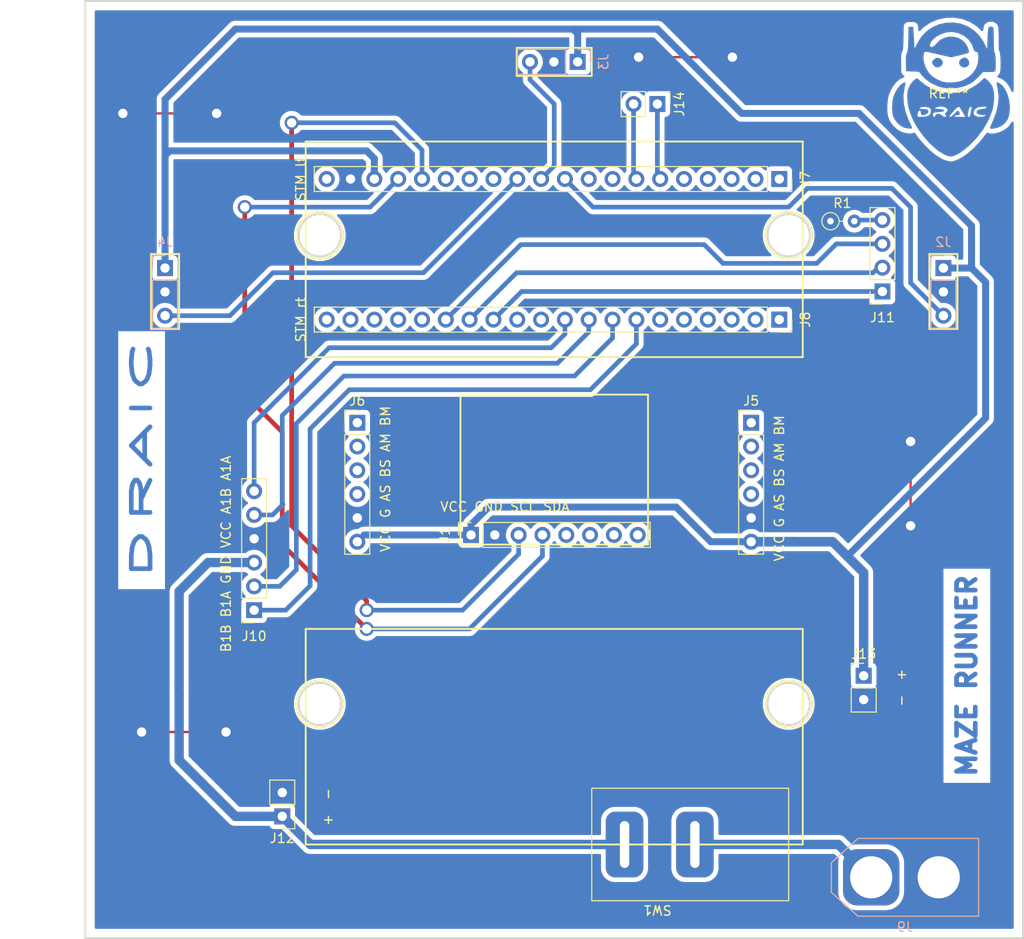
<source format=kicad_pcb>
(kicad_pcb (version 20211014) (generator pcbnew)
  (layers (0 "F.Cu" signal) (31 "B.Cu" signal) (34 "B.Paste" user) (35 "F.Paste" user) (36 "B.SilkS" user "B.Silkscreen") (37 "F.SilkS" user "F.Silkscreen") (38 "B.Mask" user) (39 "F.Mask" user) (44 "Edge.Cuts" user))
  (net 0 "")
  (net 1 "SDA")
  (net 2 "SCL")
  (net 3 "GND")
  (net 4 "VCC_5")
  (net 5 "IR_1")
  (net 6 "IR_2")
  (net 7 "IR_3")
  (net 8 "BM_1")
  (net 9 "AM_1")
  (net 10 "BM_2")
  (net 11 "AM_2")
  (net 31 "R")
  (net 32 "G")
  (net 33 "B")
  (net 39 "Net-(J9-Pad1)")
  (net 40 "VCC_12")
  (net 41 "Net-(J11-Pad4)")
  (net 42 "Net-(J14-Pad2)")
  (net 43 "Net-(J14-Pad1)")
  (net 44 "A1B")
  (net 45 "A1A")
  (net 46 "B1B")
  (net 47 "B1A")
  (net 52 "BS_1")
  (net 53 "AS_1")
  (net 54 "BS_2")
  (net 55 "AS_2")
  (footprint "sche:DPDT_SW" (layer "F.Cu") (at 153 130 180)
    (fp_text reference "SW1" (at 4 -7 180 unlocked) (layer "F.SilkS"))
    (fp_text value "SW_DIP_x01")
    (fp_rect (start -10 -6) (end 11 6) (layer "F.SilkS") (width 0.12) (fill none))
    (pad "1" thru_hole roundrect (at 0 0 180) (size 4 7) (drill oval 1 5) (layers *.Cu *.Mask) (net 39 "Net-(J9-Pad1)"))
    (pad "2" thru_hole roundrect (at 7.5 0 180) (size 4 7) (drill oval 1 5) (layers *.Cu *.Mask) (net 40 "VCC_12"))
  )
  (footprint "Connector_PinHeader_2.54mm:PinHeader_1x02_P2.54mm_Vertical" (layer "F.Cu") (at 109 127 180)
    (fp_text reference "J12" (at 0 -2.33) (layer "F.SilkS"))
    (fp_text value "-  +")
    (fp_line (start -1.33 3.87) (end 1.33 3.87) (layer "F.SilkS") (width 0.12))
    (fp_line (start 1.33 1.27) (end 1.33 3.87) (layer "F.SilkS") (width 0.12))
    (fp_line (start -1.33 1.27) (end -1.33 3.87) (layer "F.SilkS") (width 0.12))
    (fp_line (start -1.33 1.27) (end 1.33 1.27) (layer "F.SilkS") (width 0.12))
    (fp_line (start -1.33 0) (end -1.33 -1.33) (layer "F.SilkS") (width 0.12))
    (fp_line (start -1.33 -1.33) (end 0 -1.33) (layer "F.SilkS") (width 0.12))
    (pad "1" thru_hole rect (at 0 0 180) (size 1.7 1.7) (drill 1) (layers *.Cu *.Mask) (net 40 "VCC_12"))
    (pad "2" thru_hole oval (at 0 2.54 180) (size 1.7 1.7) (drill 1) (layers *.Cu *.Mask) (net 3 "GND"))
  )
  (footprint "Connector_PinHeader_2.54mm:PinHeader_1x06_P2.54mm_Vertical" (layer "F.Cu") (at 159 85)
    (fp_text reference "J5" (at 0 -2.33) (layer "F.SilkS"))
    (fp_text value "VCC G AS BS AM BM" (at 3 7 90) (layer "F.SilkS"))
    (fp_line (start -1.33 -1.33) (end 0 -1.33) (layer "F.SilkS") (width 0.12))
    (fp_line (start 1.33 1.27) (end 1.33 14.03) (layer "F.SilkS") (width 0.12))
    (fp_line (start -1.33 14.03) (end 1.33 14.03) (layer "F.SilkS") (width 0.12))
    (fp_line (start -1.33 0) (end -1.33 -1.33) (layer "F.SilkS") (width 0.12))
    (fp_line (start -1.33 1.27) (end 1.33 1.27) (layer "F.SilkS") (width 0.12))
    (fp_line (start -1.33 1.27) (end -1.33 14.03) (layer "F.SilkS") (width 0.12))
    (pad "1" thru_hole rect (at 0 0) (size 1.7 1.7) (drill 1) (layers *.Cu *.Mask) (net 8 "BM_1"))
    (pad "2" thru_hole oval (at 0 2.54) (size 1.7 1.7) (drill 1) (layers *.Cu *.Mask) (net 9 "AM_1"))
    (pad "3" thru_hole oval (at 0 5.08) (size 1.7 1.7) (drill 1) (layers *.Cu *.Mask) (net 52 "BS_1"))
    (pad "4" thru_hole oval (at 0 7.62) (size 1.7 1.7) (drill 1) (layers *.Cu *.Mask) (net 53 "AS_1"))
    (pad "5" thru_hole oval (at 0 10.16) (size 1.7 1.7) (drill 1) (layers *.Cu *.Mask) (net 3 "GND"))
    (pad "6" thru_hole oval (at 0 12.7) (size 1.7 1.7) (drill 1) (layers *.Cu *.Mask) (net 4 "VCC_5"))
  )
  (footprint "Connector_PinHeader_2.54mm:PinHeader_1x02_P2.54mm_Vertical" (layer "F.Cu") (at 171 112)
    (fp_text reference "J13" (at 0 -2.33) (layer "F.SilkS"))
    (fp_text value "-  +")
    (fp_line (start 1.33 1.27) (end 1.33 3.87) (layer "F.SilkS") (width 0.12))
    (fp_line (start -1.33 -1.33) (end 0 -1.33) (layer "F.SilkS") (width 0.12))
    (fp_line (start -1.33 3.87) (end 1.33 3.87) (layer "F.SilkS") (width 0.12))
    (fp_line (start -1.33 1.27) (end -1.33 3.87) (layer "F.SilkS") (width 0.12))
    (fp_line (start -1.33 1.27) (end 1.33 1.27) (layer "F.SilkS") (width 0.12))
    (fp_line (start -1.33 0) (end -1.33 -1.33) (layer "F.SilkS") (width 0.12))
    (pad "1" thru_hole rect (at 0 0) (size 1.7 1.7) (drill 1) (layers *.Cu *.Mask) (net 4 "VCC_5"))
    (pad "2" thru_hole oval (at 0 2.54) (size 1.7 1.7) (drill 1) (layers *.Cu *.Mask) (net 3 "GND"))
  )
  (footprint "Connector_PinSocket_2.54mm:PinSocket_1x20_P2.54mm_Vertical" (layer "F.Cu") (at 162 59 -90)
    (fp_text reference "J7" (at 0 -2.77 90) (layer "F.SilkS"))
    (fp_text value "STM_lt" (at 0 51.03 90) (layer "F.SilkS"))
    (fp_line (start 1.33 1.27) (end 1.33 49.59) (layer "F.SilkS") (width 0.12))
    (fp_line (start -1.33 1.27) (end 1.33 1.27) (layer "F.SilkS") (width 0.12))
    (fp_line (start 1.33 -1.33) (end 1.33 0) (layer "F.SilkS") (width 0.12))
    (fp_line (start -1.33 1.27) (end -1.33 49.59) (layer "F.SilkS") (width 0.12))
    (fp_line (start 0 -1.33) (end 1.33 -1.33) (layer "F.SilkS") (width 0.12))
    (fp_line (start -1.33 49.59) (end 1.33 49.59) (layer "F.SilkS") (width 0.12))
    (pad "1" thru_hole rect (at 0 0 270) (size 1.7 1.7) (drill 1) (layers *.Cu *.Mask))
    (pad "2" thru_hole oval (at 0 2.54 270) (size 1.7 1.7) (drill 1) (layers *.Cu *.Mask))
    (pad "3" thru_hole oval (at 0 5.08 270) (size 1.7 1.7) (drill 1) (layers *.Cu *.Mask))
    (pad "4" thru_hole oval (at 0 7.62 270) (size 1.7 1.7) (drill 1) (layers *.Cu *.Mask))
    (pad "5" thru_hole oval (at 0 10.16 270) (size 1.7 1.7) (drill 1) (layers *.Cu *.Mask))
    (pad "6" thru_hole oval (at 0 12.7 270) (size 1.7 1.7) (drill 1) (layers *.Cu *.Mask) (net 43 "Net-(J14-Pad1)"))
    (pad "7" thru_hole oval (at 0 15.24 270) (size 1.7 1.7) (drill 1) (layers *.Cu *.Mask) (net 42 "Net-(J14-Pad2)"))
    (pad "8" thru_hole oval (at 0 17.78 270) (size 1.7 1.7) (drill 1) (layers *.Cu *.Mask))
    (pad "9" thru_hole oval (at 0 20.32 270) (size 1.7 1.7) (drill 1) (layers *.Cu *.Mask))
    (pad "10" thru_hole oval (at 0 22.86 270) (size 1.7 1.7) (drill 1) (layers *.Cu *.Mask) (net 5 "IR_1"))
    (pad "11" thru_hole oval (at 0 25.4 270) (size 1.7 1.7) (drill 1) (layers *.Cu *.Mask) (net 6 "IR_2"))
    (pad "12" thru_hole oval (at 0 27.94 270) (size 1.7 1.7) (drill 1) (layers *.Cu *.Mask) (net 7 "IR_3"))
    (pad "13" thru_hole oval (at 0 30.48 270) (size 1.7 1.7) (drill 1) (layers *.Cu *.Mask))
    (pad "14" thru_hole oval (at 0 33.02 270) (size 1.7 1.7) (drill 1) (layers *.Cu *.Mask))
    (pad "15" thru_hole oval (at 0 35.56 270) (size 1.7 1.7) (drill 1) (layers *.Cu *.Mask))
    (pad "16" thru_hole oval (at 0 38.1 270) (size 1.7 1.7) (drill 1) (layers *.Cu *.Mask) (net 2 "SCL"))
    (pad "17" thru_hole oval (at 0 40.64 270) (size 1.7 1.7) (drill 1) (layers *.Cu *.Mask) (net 1 "SDA"))
    (pad "18" thru_hole oval (at 0 43.18 270) (size 1.7 1.7) (drill 1) (layers *.Cu *.Mask) (net 4 "VCC_5"))
    (pad "19" thru_hole oval (at 0 45.72 270) (size 1.7 1.7) (drill 1) (layers *.Cu *.Mask) (net 3 "GND"))
    (pad "20" thru_hole oval (at 0 48.26 270) (size 1.7 1.7) (drill 1) (layers *.Cu *.Mask))
  )
  (footprint "Resistor_THT:R_Axial_DIN0204_L3.6mm_D1.6mm_P2.54mm_Vertical" (layer "F.Cu") (at 167.46 63.5)
    (fp_text reference "R1" (at 1.27 -1.92) (layer "F.SilkS"))
    (fp_text value "220")
    (fp_line (start 0.92 0) (end 1.54 0) (layer "F.SilkS") (width 0.12))
    (fp_circle (center 0 0) (end 0.92 0) (layer "F.SilkS") (width 0.12) (fill none))
    (pad "1" thru_hole circle (at 0 0) (size 1.4 1.4) (drill 0.7) (layers *.Cu *.Mask) (net 3 "GND"))
    (pad "2" thru_hole oval (at 2.54 0) (size 1.4 1.4) (drill 0.7) (layers *.Cu *.Mask) (net 41 "Net-(J11-Pad4)"))
  )
  (footprint "sche:draiclogo1" (layer "F.Cu") (at 180.07 50.38)
    (fp_text reference "REF**" (at 0 -0.5 unlocked) (layer "F.SilkS"))
    (fp_text value "draiclogo1")
    (fp_poly (pts (xy 1.290074 -7.955103) (xy 1.294054 -7.954069) (xy 2.018179 -7.680082) (xy 2.673959 -7.261492) (xy 3.239956 -6.716401) (xy 3.694727 -6.062914) (xy 3.818806 -5.822205) (xy 4.091014 -5.247521) (xy 4.133348 -6.348188) (xy 4.154298 -6.769505) (xy 4.181266 -7.133435) (xy 4.210984 -7.404401) (xy 4.240183 -7.546823) (xy 4.244178 -7.554688) (xy 4.383147 -7.644172) (xy 4.571916 -7.650157) (xy 4.726067 -7.577245) (xy 4.759289 -7.526597) (xy 4.777469 -7.397587) (xy 4.792824 -7.133011) (xy 4.804105 -6.766625) (xy 4.810065 -6.332189) (xy 4.810681 -6.136652) (xy 4.815975 -5.586566) (xy 4.832358 -5.195644) (xy 4.860578 -4.954034) (xy 4.901383 -4.851884) (xy 4.908606 -4.847991) (xy 4.948322 -4.755842) (xy 4.97999 -4.536046) (xy 5.002711 -4.230136) (xy 5.015586 -3.879646) (xy 5.017715 -3.526112) (xy 5.008198 -3.211067) (xy 4.986136 -2.976046) (xy 4.951593 -2.863509) (xy 4.837118 -2.828181) (xy 4.602529 -2.802363) (xy 4.296991 -2.791303) (xy 4.274259 -2.791217) (xy 3.667681 -2.790246) (xy 3.203201 -2.296244) (xy 2.925627 -2.023914) (xy 2.633528 -1.773443) (xy 2.3874 -1.596483) (xy 2.374669 -1.588893) (xy 1.720388 -1.289728) (xy 0.987609 -1.097085) (xy 0.237469 -1.022767) (xy -0.361862 -1.060498) (xy -1.162983 -1.258642) (xy -1.886019 -1.595223) (xy -2.512266 -2.060042) (xy -2.851652 -2.417722) (xy -3.190319 -2.827751) (xy -3.867652 -2.852303) (xy -4.544986 -2.876855) (xy -4.569227 -3.754858) (xy -4.574499 -4.197153) (xy -4.572459 -4.238667) (xy -2.697151 -4.238667) (xy -2.613973 -3.752346) (xy -2.433765 -3.255392) (xy -2.172681 -2.797137) (xy -1.97515 -2.551801) (xy -1.628452 -2.257389) (xy -1.18386 -1.989608) (xy -0.712184 -1.789672) (xy -0.613968 -1.759495) (xy -0.169983 -1.687231) (xy 0.354115 -1.682591) (xy 0.88544 -1.740637) (xy 1.351106 -1.856436) (xy 1.463581 -1.900167) (xy 2.060425 -2.23659) (xy 2.540172 -2.669149) (xy 2.89083 -3.178966) (xy 3.100406 -3.747164) (xy 3.156908 -4.354865) (xy 3.142169 -4.542458) (xy 3.102262 -4.790809) (xy 3.042971 -4.912466) (xy 2.939156 -4.949971) (xy 2.900615 -4.951188) (xy 2.751904 -4.99343) (xy 2.667378 -5.148605) (xy 2.648076 -5.226355) (xy 2.448335 -5.768486) (xy 2.112406 -6.241305) (xy 1.665958 -6.625246) (xy 1.134665 -6.900742) (xy 0.544198 -7.048228) (xy 0.231917 -7.067855) (xy -0.299872 -7.004523) (xy -0.829878 -6.82977) (xy -1.312549 -6.566458) (xy -1.702336 -6.23745) (xy -1.878579 -6.008562) (xy -1.999966 -5.737103) (xy -1.997926 -5.551303) (xy -1.900155 -5.46043) (xy -1.73435 -5.473749) (xy -1.528206 -5.600527) (xy -1.327553 -5.824195) (xy -0.968096 -6.190072) (xy -0.521508 -6.437225) (xy -0.022556 -6.564123) (xy 0.493993 -6.569234) (xy 0.993371 -6.451029) (xy 1.440811 -6.207977) (xy 1.708687 -5.957863) (xy 1.895963 -5.694351) (xy 2.043413 -5.404874) (xy 2.134419 -5.134278) (xy 2.152363 -4.927407) (xy 2.119084 -4.850392) (xy 2.007713 -4.799964) (xy 1.768414 -4.725595) (xy 1.438963 -4.638211) (xy 1.139825 -4.567166) (xy 0.240534 -4.363908) (xy -1.009226 -4.652086) (xy -1.556389 -4.778936) (xy -1.960658 -4.870821) (xy -2.244783 -4.927919) (xy -2.431516 -4.950406) (xy -2.543609 -4.938461) (xy -2.603812 -4.892262) (xy -2.634879 -4.811985) (xy -2.659559 -4.697808) (xy -2.667147 -4.665023) (xy -2.697151 -4.238667) (xy -4.572459 -4.238667) (xy -4.559423 -4.503929) (xy -4.520821 -4.708128) (xy -4.465633 -4.827961) (xy -4.411548 -4.955333) (xy -4.371462 -5.16435) (xy -4.342974 -5.478701) (xy -4.323685 -5.92208) (xy -4.314392 -6.320624) (xy -4.290986 -7.618188) (xy -3.782986 -7.618188) (xy -3.729861 -6.729188) (xy -3.706225 -6.323241) (xy -3.68555 -5.949213) (xy -3.670669 -5.659305) (xy -3.665561 -5.543855) (xy -3.655745 -5.414223) (xy -3.629591 -5.374033) (xy -3.572926 -5.439312) (xy -3.471575 -5.626086) (xy -3.317945 -5.936895) (xy -2.905744 -6.597009) (xy -2.377403 -7.14811) (xy -1.753388 -7.581245) (xy -1.054167 -7.887464) (xy -0.300205 -8.057814) (xy 0.48803 -8.083344)) (layer "B.Cu") (width 0) (fill solid))
    (fp_poly (pts (xy 3.946367 -2.092883) (xy 4.139896 -1.926842) (xy 4.350726 -1.699375) (xy 4.541418 -1.450793) (xy 4.672539 -1.225855) (xy 4.784346 -0.842492) (xy 4.83793 -0.349137) (xy 4.833915 0.205424) (xy 4.772927 0.772406) (xy 4.655591 1.303021) (xy 4.639456 1.356479) (xy 4.235985 2.370932) (xy 3.668838 3.349036) (xy 2.940511 4.287006) (xy 2.213374 5.034208) (xy 1.703605 5.472679) (xy 1.211244 5.82328) (xy 0.75965 6.072201) (xy 0.372178 6.205636) (xy 0.199448 6.224812) (xy -0.030265 6.186556) (xy -0.32217 6.088916) (xy -0.485529 6.015829) (xy -1.049556 5.66947) (xy -1.637799 5.192438) (xy -2.222719 4.61529) (xy -2.776778 3.968585) (xy -3.272438 3.28288) (xy -3.682162 2.588732) (xy -3.811337 2.32532) (xy -4.03205 1.7966) (xy -3.317319 1.7966) (xy -3.309851 1.91042) (xy -3.262238 1.971583) (xy -3.136668 1.99213) (xy -2.895328 1.9841) (xy -2.755673 1.975442) (xy -2.427959 1.943719) (xy -2.220157 1.889469) (xy -2.082979 1.796877) (xy -2.048671 1.758645) (xy -1.69311 1.758645) (xy -1.666552 1.938908) (xy -1.569443 1.996612) (xy -1.457551 1.919146) (xy -1.412319 1.822145) (xy -1.29435 1.683595) (xy -1.123403 1.652812) (xy -0.889854 1.712824) (xy -0.734986 1.822145) (xy -0.56377 1.95073) (xy -0.42553 1.991479) (xy -0.333752 1.964739) (xy 0.079859 1.964739) (xy 0.135748 1.99139) (xy 0.142153 1.991479) (xy 0.290404 1.930386) (xy 0.484884 1.774228) (xy 0.600039 1.652812) (xy 0.810924 1.425943) (xy 0.955046 1.333045) (xy 1.059916 1.367425) (xy 1.151366 1.518694) (xy 1.186537 1.693908) (xy 1.085624 1.791324) (xy 0.836754 1.822131) (xy 0.82942 1.822145) (xy 0.670233 1.862654) (xy 0.619681 1.906812) (xy 0.667234 1.95395) (xy 0.868655 1.982887) (xy 1.164209 1.991479) (xy 1.761065 1.991479) (xy 1.67515 1.836162) (xy 2.03009 1.836162) (xy 2.048361 1.957197) (xy 2.119305 1.991336) (xy 2.12734 1.991479) (xy 2.23905 1.916914) (xy 2.303391 1.758645) (xy 2.353336 1.493768) (xy 2.645634 1.493768) (xy 2.680289 1.723375) (xy 2.85347 1.889511) (xy 2.89196 1.906928) (xy 3.152131 1.970634) (xy 3.445037 1.984185) (xy 3.706599 1.950334) (xy 3.872735 1.87183) (xy 3.879304 1.86453) (xy 3.930442 1.779896) (xy 3.860421 1.76392) (xy 3.741505 1.782268) (xy 3.457936 1.792676) (xy 3.196977 1.733928) (xy 3.013341 1.623582) (xy 2.961241 1.531896) (xy 2.979255 1.357548) (xy 3.123898 1.238898) (xy 3.412093 1.165015) (xy 3.557225 1.146966) (xy 3.827641 1.098513) (xy 3.992678 1.030813) (xy 4.038406 0.962807) (xy 3.950897 0.913435) (xy 3.738236 0.900829) (xy 3.307276 0.939584) (xy 3.005114 1.032674) (xy 2.796541 1.192293) (xy 2.757528 1.240471) (xy 2.645634 1.493768) (xy 2.353336 1.493768) (xy 2.378769 1.358889) (xy 2.416647 1.098515) (xy 2.418902 0.952212) (xy 2.387413 0.894673) (xy 2.367749 0.890812) (xy 2.240944 0.973773) (xy 2.135247 1.217714) (xy 2.057757 1.589312) (xy 2.03009 1.836162) (xy 1.67515 1.836162) (xy 1.468352 1.462312) (xy 1.309358 1.197759) (xy 1.167119 1.000788) (xy 1.070921 0.911662) (xy 1.066993 0.910568) (xy 0.9652 0.959752) (xy 0.786401 1.110426) (xy 0.562541 1.334449) (xy 0.46625 1.439734) (xy 0.23354 1.708607) (xy 0.108599 1.877044) (xy 0.079859 1.964739) (xy -0.333752 1.964739) (xy -0.287565 1.951282) (xy -0.299509 1.840215) (xy -0.367539 1.757792) (xy -0.405837 1.657943) (xy -0.30905 1.533954) (xy -0.268754 1.500046) (xy -0.138347 1.33078) (xy -0.149592 1.172506) (xy -0.274819 1.038258) (xy -0.486359 0.941069) (xy -0.756542 0.893975) (xy -1.057698 0.910009) (xy -1.343307 0.993857) (xy -1.459393 1.049628) (xy -1.473829 1.085184) (xy -1.365842 1.11039) (xy -1.114656 1.135112) (xy -1.031319 1.142023) (xy -0.714949 1.178777) (xy -0.540745 1.229667) (xy -0.481631 1.303162) (xy -0.480986 1.314145) (xy -0.524097 1.387592) (xy -0.671986 1.438213) (xy -0.952488 1.473963) (xy -1.073652 1.483479) (xy -1.38383 1.509295) (xy -1.56349 1.54269) (xy -1.65118 1.600787) (xy -1.685447 1.700708) (xy -1.69311 1.758645) (xy -2.048671 1.758645) (xy -2.036006 1.744532) (xy -1.906214 1.497571) (xy -1.890636 1.253585) (xy -1.992361 1.070623) (xy -2.203028 0.971811) (xy -2.490637 0.92309) (xy -2.780912 0.928946) (xy -2.999575 0.993865) (xy -3.020986 1.008492) (xy -3.107186 1.084819) (xy -3.092793 1.12415) (xy -2.95264 1.139186) (xy -2.756186 1.142119) (xy -2.40687 1.177708) (xy -2.209784 1.277998) (xy -2.167318 1.441181) (xy -2.210073 1.555851) (xy -2.352305 1.688776) (xy -2.572123 1.781981) (xy -2.790549 1.809377) (xy -2.89192 1.781089) (xy -2.959087 1.663291) (xy -2.978652 1.520815) (xy -3.020404 1.358996) (xy -3.096594 1.314145) (xy -3.230202 1.391653) (xy -3.304816 1.610331) (xy -3.317319 1.7966) (xy -4.03205 1.7966) (xy -4.106693 1.617791) (xy -4.299536 0.986517) (xy -4.401927 0.38306) (xy -4.42684 -0.147111) (xy -4.416732 -0.532495) (xy -4.379178 -0.816181) (xy -4.30031 -1.06526) (xy -4.18727 -1.306067) (xy -3.997759 -1.611456) (xy -3.780367 -1.866572) (xy -3.664009 -1.963735) (xy -3.378795 -2.155941) (xy -3.054415 -1.862883) (xy -2.427567 -1.375488) (xy -1.744718 -0.982397) (xy -1.285319 -0.790428) (xy -0.72529 -0.653551) (xy -0.075039 -0.588029) (xy 0.602064 -0.593928) (xy 1.242645 -0.671309) (xy 1.694138 -0.78743) (xy 2.207228 -1.004093) (xy 2.723956 -1.291646) (xy 3.18507 -1.613716) (xy 3.493021 -1.89169) (xy 3.660072 -2.055053) (xy 3.782929 -2.148597) (xy 3.807575 -2.157188)) (layer "B.Cu") (width 0) (fill solid))
    (fp_poly (pts (xy -0.837155 -4.187829) (xy -0.649099 -3.960895) (xy -0.625688 -3.720482) (xy -0.767103 -3.489278) (xy -0.831071 -3.433333) (xy -1.100394 -3.282895) (xy -1.342068 -3.293201) (xy -1.585333 -3.465505) (xy -1.585501 -3.465673) (xy -1.754809 -3.684599) (xy -1.7735 -3.878451) (xy -1.64573 -4.090848) (xy -1.645152 -4.091532) (xy -1.392478 -4.283877) (xy -1.112463 -4.316157)) (layer "B.Cu") (width 0) (fill solid))
    (fp_poly (pts (xy 5.186253 -1.697268) (xy 5.364914 -1.626251) (xy 5.397149 -1.61006) (xy 5.73363 -1.348522) (xy 6.02622 -0.949755) (xy 6.262478 -0.442919) (xy 6.429958 0.142826) (xy 6.516219 0.778322) (xy 6.525159 1.033328) (xy 6.472368 1.690504) (xy 6.302381 2.228357) (xy 6.011023 2.653659) (xy 5.594123 2.973179) (xy 5.228963 3.136261) (xy 4.933326 3.218779) (xy 4.665515 3.256538) (xy 4.469094 3.247118) (xy 4.387629 3.188099) (xy 4.387348 3.182995) (xy 4.420805 3.073924) (xy 4.509645 2.854088) (xy 4.636568 2.565662) (xy 4.674793 2.482212) (xy 5.045895 1.529312) (xy 5.258086 0.622751) (xy 5.310955 -0.234647) (xy 5.204092 -1.040062) (xy 5.193439 -1.08332) (xy 5.127036 -1.374378) (xy 5.089818 -1.595578) (xy 5.089296 -1.701613) (xy 5.090667 -1.703397)) (layer "B.Cu") (width 0) (fill solid))
    (fp_poly (pts (xy -4.617185 -1.707277) (xy -4.612365 -1.607469) (xy -4.645321 -1.391935) (xy -4.70584 -1.120244) (xy -4.82593 -0.299201) (xy -4.789147 0.565096) (xy -4.59759 1.457574) (xy -4.253357 2.363164) (xy -4.207008 2.46138) (xy -4.068107 2.760832) (xy -3.963945 3.005705) (xy -3.912505 3.153085) (xy -3.909986 3.170197) (xy -3.983552 3.235325) (xy -4.175666 3.251552) (xy -4.443455 3.221124) (xy -4.744044 3.14629) (xy -4.813975 3.122798) (xy -5.169215 2.926329) (xy -5.510657 2.617375) (xy -5.789189 2.249059) (xy -5.95058 1.893319) (xy -6.025066 1.464877) (xy -6.045703 0.947856) (xy -6.013926 0.413733) (xy -5.931173 -0.066019) (xy -5.909593 -0.145857) (xy -5.739542 -0.581333) (xy -5.5 -1) (xy -5.224086 -1.352591) (xy -4.944921 -1.589837) (xy -4.934875 -1.595811) (xy -4.747705 -1.687308) (xy -4.628444 -1.712793)) (layer "B.Cu") (width 0) (fill solid))
    (fp_poly (pts (xy 1.784728 -4.334372) (xy 1.910848 -4.271195) (xy 2.100238 -4.086418) (xy 2.182817 -3.839371) (xy 2.152458 -3.588761) (xy 2.003038 -3.393296) (xy 2.002473 -3.3929) (xy 1.76372 -3.278385) (xy 1.520601 -3.296285) (xy 1.358674 -3.362011) (xy 1.183663 -3.523949) (xy 1.098852 -3.75574) (xy 1.128816 -3.982744) (xy 1.144744 -4.011793) (xy 1.278745 -4.151638) (xy 1.453544 -4.273855) (xy 1.633494 -4.35362)) (layer "B.Cu") (width 0) (fill solid))
  )
  (footprint "Connector_PinSocket_2.54mm:PinSocket_1x06_P2.54mm_Vertical" (layer "F.Cu") (at 106 105 180)
    (fp_text reference "J10" (at 0 -2.77) (layer "F.SilkS"))
    (fp_text value "B1B B1A GND VCC A1B A1A" (at 3 6 90) (layer "F.SilkS"))
    (fp_line (start -1.33 14.03) (end 1.33 14.03) (layer "F.SilkS") (width 0.12))
    (fp_line (start 1.33 1.27) (end 1.33 14.03) (layer "F.SilkS") (width 0.12))
    (fp_line (start -1.33 1.27) (end -1.33 14.03) (layer "F.SilkS") (width 0.12))
    (fp_line (start 1.33 -1.33) (end 1.33 0) (layer "F.SilkS") (width 0.12))
    (fp_line (start -1.33 1.27) (end 1.33 1.27) (layer "F.SilkS") (width 0.12))
    (fp_line (start 0 -1.33) (end 1.33 -1.33) (layer "F.SilkS") (width 0.12))
    (pad "1" thru_hole rect (at 0 0 180) (size 1.7 1.7) (drill 1) (layers *.Cu *.Mask) (net 47 "B1A"))
    (pad "2" thru_hole oval (at 0 2.54 180) (size 1.7 1.7) (drill 1) (layers *.Cu *.Mask) (net 46 "B1B"))
    (pad "3" thru_hole oval (at 0 5.08 180) (size 1.7 1.7) (drill 1) (layers *.Cu *.Mask) (net 40 "VCC_12"))
    (pad "4" thru_hole oval (at 0 7.62 180) (size 1.7 1.7) (drill 1) (layers *.Cu *.Mask) (net 3 "GND"))
    (pad "5" thru_hole oval (at 0 10.16 180) (size 1.7 1.7) (drill 1) (layers *.Cu *.Mask) (net 45 "A1A"))
    (pad "6" thru_hole oval (at 0 12.7 180) (size 1.7 1.7) (drill 1) (layers *.Cu *.Mask) (net 44 "A1B"))
  )
  (footprint "Connector_PinHeader_2.54mm:PinHeader_1x02_P2.54mm_Vertical" (layer "F.Cu") (at 149 51 -90)
    (fp_text reference "J14" (at 0 -2.33 90) (layer "F.SilkS"))
    (fp_text value "RX TX")
    (fp_line (start -1.33 0) (end -1.33 -1.33) (layer "F.SilkS") (width 0.12))
    (fp_line (start -1.33 3.87) (end 1.33 3.87) (layer "F.SilkS") (width 0.12))
    (fp_line (start -1.33 1.27) (end -1.33 3.87) (layer "F.SilkS") (width 0.12))
    (fp_line (start -1.33 1.27) (end 1.33 1.27) (layer "F.SilkS") (width 0.12))
    (fp_line (start 1.33 1.27) (end 1.33 3.87) (layer "F.SilkS") (width 0.12))
    (fp_line (start -1.33 -1.33) (end 0 -1.33) (layer "F.SilkS") (width 0.12))
    (pad "1" thru_hole rect (at 0 0 270) (size 1.7 1.7) (drill 1) (layers *.Cu *.Mask) (net 43 "Net-(J14-Pad1)"))
    (pad "2" thru_hole oval (at 0 2.54 270) (size 1.7 1.7) (drill 1) (layers *.Cu *.Mask) (net 42 "Net-(J14-Pad2)"))
  )
  (footprint "Connector_PinSocket_2.54mm:PinSocket_1x08_P2.54mm_Vertical" (layer "F.Cu") (at 129.125 96.975 90)
    (fp_text reference "J1" (at 0 -2.77 90) (layer "F.SilkS"))
    (fp_text value "VCC GND SCL SDA " (at 3 4 180) (layer "F.SilkS"))
    (fp_line (start -1.33 19.11) (end 1.33 19.11) (layer "F.SilkS") (width 0.12))
    (fp_line (start -1.33 1.27) (end 1.33 1.27) (layer "F.SilkS") (width 0.12))
    (fp_line (start -1.33 1.27) (end -1.33 19.11) (layer "F.SilkS") (width 0.12))
    (fp_line (start 0 -1.33) (end 1.33 -1.33) (layer "F.SilkS") (width 0.12))
    (fp_line (start 1.33 -1.33) (end 1.33 0) (layer "F.SilkS") (width 0.12))
    (fp_line (start 1.33 1.27) (end 1.33 19.11) (layer "F.SilkS") (width 0.12))
    (pad "1" thru_hole rect (at 0 0 90) (size 1.7 1.7) (drill 1) (layers *.Cu *.Mask) (net 4 "VCC_5"))
    (pad "2" thru_hole oval (at 0 2.54 90) (size 1.7 1.7) (drill 1) (layers *.Cu *.Mask) (net 3 "GND"))
    (pad "3" thru_hole oval (at 0 5.08 90) (size 1.7 1.7) (drill 1) (layers *.Cu *.Mask) (net 2 "SCL"))
    (pad "4" thru_hole oval (at 0 7.62 90) (size 1.7 1.7) (drill 1) (layers *.Cu *.Mask) (net 1 "SDA"))
    (pad "5" thru_hole oval (at 0 10.16 90) (size 1.7 1.7) (drill 1) (layers *.Cu *.Mask))
    (pad "6" thru_hole oval (at 0 12.7 90) (size 1.7 1.7) (drill 1) (layers *.Cu *.Mask))
    (pad "7" thru_hole oval (at 0 15.24 90) (size 1.7 1.7) (drill 1) (layers *.Cu *.Mask))
    (pad "8" thru_hole oval (at 0 17.78 90) (size 1.7 1.7) (drill 1) (layers *.Cu *.Mask))
  )
  (footprint "Connector_PinSocket_2.54mm:PinSocket_1x20_P2.54mm_Vertical" (layer "F.Cu") (at 162 74 -90)
    (fp_text reference "J8" (at 0 -2.77 90) (layer "F.SilkS"))
    (fp_text value "STM_rt" (at 0 51.03 90) (layer "F.SilkS"))
    (fp_line (start -1.33 49.59) (end 1.33 49.59) (layer "F.SilkS") (width 0.12))
    (fp_line (start 1.33 -1.33) (end 1.33 0) (layer "F.SilkS") (width 0.12))
    (fp_line (start -1.33 1.27) (end -1.33 49.59) (layer "F.SilkS") (width 0.12))
    (fp_line (start 0 -1.33) (end 1.33 -1.33) (layer "F.SilkS") (width 0.12))
    (fp_line (start -1.33 1.27) (end 1.33 1.27) (layer "F.SilkS") (width 0.12))
    (fp_line (start 1.33 1.27) (end 1.33 49.59) (layer "F.SilkS") (width 0.12))
    (pad "1" thru_hole rect (at 0 0 270) (size 1.7 1.7) (drill 1) (layers *.Cu *.Mask))
    (pad "2" thru_hole oval (at 0 2.54 270) (size 1.7 1.7) (drill 1) (layers *.Cu *.Mask))
    (pad "3" thru_hole oval (at 0 5.08 270) (size 1.7 1.7) (drill 1) (layers *.Cu *.Mask))
    (pad "4" thru_hole oval (at 0 7.62 270) (size 1.7 1.7) (drill 1) (layers *.Cu *.Mask))
    (pad "5" thru_hole oval (at 0 10.16 270) (size 1.7 1.7) (drill 1) (layers *.Cu *.Mask))
    (pad "6" thru_hole oval (at 0 12.7 270) (size 1.7 1.7) (drill 1) (layers *.Cu *.Mask))
    (pad "7" thru_hole oval (at 0 15.24 270) (size 1.7 1.7) (drill 1) (layers *.Cu *.Mask) (net 47 "B1A"))
    (pad "8" thru_hole oval (at 0 17.78 270) (size 1.7 1.7) (drill 1) (layers *.Cu *.Mask) (net 46 "B1B"))
    (pad "9" thru_hole oval (at 0 20.32 270) (size 1.7 1.7) (drill 1) (layers *.Cu *.Mask) (net 45 "A1A"))
    (pad "10" thru_hole oval (at 0 22.86 270) (size 1.7 1.7) (drill 1) (layers *.Cu *.Mask) (net 44 "A1B"))
    (pad "11" thru_hole oval (at 0 25.4 270) (size 1.7 1.7) (drill 1) (layers *.Cu *.Mask))
    (pad "12" thru_hole oval (at 0 27.94 270) (size 1.7 1.7) (drill 1) (layers *.Cu *.Mask))
    (pad "13" thru_hole oval (at 0 30.48 270) (size 1.7 1.7) (drill 1) (layers *.Cu *.Mask) (net 31 "R"))
    (pad "14" thru_hole oval (at 0 33.02 270) (size 1.7 1.7) (drill 1) (layers *.Cu *.Mask) (net 32 "G"))
    (pad "15" thru_hole oval (at 0 35.56 270) (size 1.7 1.7) (drill 1) (layers *.Cu *.Mask) (net 33 "B"))
    (pad "16" thru_hole oval (at 0 38.1 270) (size 1.7 1.7) (drill 1) (layers *.Cu *.Mask))
    (pad "17" thru_hole oval (at 0 40.64 270) (size 1.7 1.7) (drill 1) (layers *.Cu *.Mask))
    (pad "18" thru_hole oval (at 0 43.18 270) (size 1.7 1.7) (drill 1) (layers *.Cu *.Mask))
    (pad "19" thru_hole oval (at 0 45.72 270) (size 1.7 1.7) (drill 1) (layers *.Cu *.Mask))
    (pad "20" thru_hole oval (at 0 48.26 270) (size 1.7 1.7) (drill 1) (layers *.Cu *.Mask))
  )
  (footprint "Connector_PinHeader_2.54mm:PinHeader_1x06_P2.54mm_Vertical" (layer "F.Cu") (at 117 85)
    (fp_text reference "J6" (at 0 -2.33) (layer "F.SilkS"))
    (fp_text value "VCC G AS BS AM BM" (at 3 6 90) (layer "F.SilkS"))
    (fp_line (start -1.33 1.27) (end 1.33 1.27) (layer "F.SilkS") (width 0.12))
    (fp_line (start -1.33 1.27) (end -1.33 14.03) (layer "F.SilkS") (width 0.12))
    (fp_line (start -1.33 -1.33) (end 0 -1.33) (layer "F.SilkS") (width 0.12))
    (fp_line (start 1.33 1.27) (end 1.33 14.03) (layer "F.SilkS") (width 0.12))
    (fp_line (start -1.33 0) (end -1.33 -1.33) (layer "F.SilkS") (width 0.12))
    (fp_line (start -1.33 14.03) (end 1.33 14.03) (layer "F.SilkS") (width 0.12))
    (pad "1" thru_hole rect (at 0 0) (size 1.7 1.7) (drill 1) (layers *.Cu *.Mask) (net 10 "BM_2"))
    (pad "2" thru_hole oval (at 0 2.54) (size 1.7 1.7) (drill 1) (layers *.Cu *.Mask) (net 11 "AM_2"))
    (pad "3" thru_hole oval (at 0 5.08) (size 1.7 1.7) (drill 1) (layers *.Cu *.Mask) (net 54 "BS_2"))
    (pad "4" thru_hole oval (at 0 7.62) (size 1.7 1.7) (drill 1) (layers *.Cu *.Mask) (net 55 "AS_2"))
    (pad "5" thru_hole oval (at 0 10.16) (size 1.7 1.7) (drill 1) (layers *.Cu *.Mask) (net 3 "GND"))
    (pad "6" thru_hole oval (at 0 12.7) (size 1.7 1.7) (drill 1) (layers *.Cu *.Mask) (net 4 "VCC_5"))
  )
  (footprint "Connector_PinSocket_2.54mm:PinSocket_1x04_P2.54mm_Vertical" (layer "F.Cu") (at 173 71 180)
    (fp_text reference "J11" (at 0 -2.77) (layer "F.SilkS"))
    (fp_text value "RGB")
    (fp_line (start 0 -1.33) (end 1.33 -1.33) (layer "F.SilkS") (width 0.12))
    (fp_line (start 1.33 1.27) (end 1.33 8.95) (layer "F.SilkS") (width 0.12))
    (fp_line (start -1.33 1.27) (end -1.33 8.95) (layer "F.SilkS") (width 0.12))
    (fp_line (start -1.33 8.95) (end 1.33 8.95) (layer "F.SilkS") (width 0.12))
    (fp_line (start -1.33 1.27) (end 1.33 1.27) (layer "F.SilkS") (width 0.12))
    (fp_line (start 1.33 -1.33) (end 1.33 0) (layer "F.SilkS") (width 0.12))
    (pad "1" thru_hole rect (at 0 0 180) (size 1.7 1.7) (drill 1) (layers *.Cu *.Mask) (net 31 "R"))
    (pad "2" thru_hole oval (at 0 2.54 180) (size 1.7 1.7) (drill 1) (layers *.Cu *.Mask) (net 32 "G"))
    (pad "3" thru_hole oval (at 0 5.08 180) (size 1.7 1.7) (drill 1) (layers *.Cu *.Mask) (net 33 "B"))
    (pad "4" thru_hole oval (at 0 7.62 180) (size 1.7 1.7) (drill 1) (layers *.Cu *.Mask) (net 41 "Net-(J11-Pad4)"))
  )
  (footprint "Connector_AMASS:AMASS_XT60-M_1x02_P7.20mm_Vertical" (layer "B.Cu") (at 171.8 133.5)
    (fp_text reference "J9" (at 3.6 5.3) (layer "B.SilkS") (effects (justify mirror)))
    (fp_text value "XT60")
    (fp_line (start 11.45 -4.15) (end 11.45 4.15) (layer "B.SilkS") (width 0.12))
    (fp_line (start -4.25 -1.55) (end -1.4 -4.15) (layer "B.SilkS") (width 0.12))
    (fp_line (start -1.4 4.15) (end -4.25 1.6) (layer "B.SilkS") (width 0.12))
    (fp_line (start 11.45 4.15) (end -1.4 4.15) (layer "B.SilkS") (width 0.12))
    (fp_line (start -1.4 -4.15) (end 11.45 -4.15) (layer "B.SilkS") (width 0.12))
    (fp_line (start -4.25 1.6) (end -4.25 -1.55) (layer "B.SilkS") (width 0.12))
    (pad "1" thru_hole roundrect (at 0 0) (size 6 6) (drill 4.5) (layers *.Cu *.Mask) (net 39 "Net-(J9-Pad1)"))
    (pad "2" thru_hole circle (at 7.2 0) (size 6 6) (drill 4.5) (layers *.Cu *.Mask) (net 3 "GND"))
  )
  (footprint "Connector_PinSocket_2.54mm:PinSocket_1x03_P2.54mm_Vertical" (layer "B.Cu") (at 179.5 68.5 180)
    (fp_text reference "J2" (at 0 2.77) (layer "B.SilkS") (effects (justify mirror)))
    (fp_text value "IR_1")
    (fp_line (start -1.33 -1.27) (end 1.33 -1.27) (layer "B.SilkS") (width 0.12))
    (fp_line (start -1.33 -1.27) (end -1.33 -6.41) (layer "B.SilkS") (width 0.12))
    (fp_line (start 1.33 -1.27) (end 1.33 -6.41) (layer "B.SilkS") (width 0.12))
    (fp_line (start 1.33 1.33) (end 1.33 0) (layer "B.SilkS") (width 0.12))
    (fp_line (start 0 1.33) (end 1.33 1.33) (layer "B.SilkS") (width 0.12))
    (fp_line (start -1.33 -6.41) (end 1.33 -6.41) (layer "B.SilkS") (width 0.12))
    (pad "1" thru_hole rect (at 0 0 180) (size 1.7 1.7) (drill 1) (layers *.Cu *.Mask) (net 4 "VCC_5"))
    (pad "2" thru_hole oval (at 0 -2.54 180) (size 1.7 1.7) (drill 1) (layers *.Cu *.Mask) (net 3 "GND"))
    (pad "3" thru_hole oval (at 0 -5.08 180) (size 1.7 1.7) (drill 1) (layers *.Cu *.Mask) (net 5 "IR_1"))
  )
  (footprint "Connector_PinSocket_2.54mm:PinSocket_1x03_P2.54mm_Vertical" (layer "B.Cu") (at 140.5 46.5 90)
    (fp_text reference "J3" (at 0 2.77 90) (layer "B.SilkS") (effects (justify mirror)))
    (fp_text value "IR_2")
    (fp_line (start -1.33 -1.27) (end -1.33 -6.41) (layer "B.SilkS") (width 0.12))
    (fp_line (start -1.33 -1.27) (end 1.33 -1.27) (layer "B.SilkS") (width 0.12))
    (fp_line (start 1.33 -1.27) (end 1.33 -6.41) (layer "B.SilkS") (width 0.12))
    (fp_line (start 0 1.33) (end 1.33 1.33) (layer "B.SilkS") (width 0.12))
    (fp_line (start -1.33 -6.41) (end 1.33 -6.41) (layer "B.SilkS") (width 0.12))
    (fp_line (start 1.33 1.33) (end 1.33 0) (layer "B.SilkS") (width 0.12))
    (pad "1" thru_hole rect (at 0 0 90) (size 1.7 1.7) (drill 1) (layers *.Cu *.Mask) (net 4 "VCC_5"))
    (pad "2" thru_hole oval (at 0 -2.54 90) (size 1.7 1.7) (drill 1) (layers *.Cu *.Mask) (net 3 "GND"))
    (pad "3" thru_hole oval (at 0 -5.08 90) (size 1.7 1.7) (drill 1) (layers *.Cu *.Mask) (net 6 "IR_2"))
  )
  (footprint "Connector_PinSocket_2.54mm:PinSocket_1x03_P2.54mm_Vertical" (layer "B.Cu") (at 96.5 68.5 180)
    (fp_text reference "J4" (at 0 2.77) (layer "B.SilkS") (effects (justify mirror)))
    (fp_text value "IR_3")
    (fp_line (start 1.33 -1.27) (end 1.33 -6.41) (layer "B.SilkS") (width 0.12))
    (fp_line (start -1.33 -1.27) (end 1.33 -1.27) (layer "B.SilkS") (width 0.12))
    (fp_line (start 0 1.33) (end 1.33 1.33) (layer "B.SilkS") (width 0.12))
    (fp_line (start 1.33 1.33) (end 1.33 0) (layer "B.SilkS") (width 0.12))
    (fp_line (start -1.33 -1.27) (end -1.33 -6.41) (layer "B.SilkS") (width 0.12))
    (fp_line (start -1.33 -6.41) (end 1.33 -6.41) (layer "B.SilkS") (width 0.12))
    (pad "1" thru_hole rect (at 0 0 180) (size 1.7 1.7) (drill 1) (layers *.Cu *.Mask) (net 4 "VCC_5"))
    (pad "2" thru_hole oval (at 0 -2.54 180) (size 1.7 1.7) (drill 1) (layers *.Cu *.Mask) (net 3 "GND"))
    (pad "3" thru_hole oval (at 0 -5.08 180) (size 1.7 1.7) (drill 1) (layers *.Cu *.Mask) (net 7 "IR_3"))
  )
  (gr_line (start 95 75) (end 95 67) (layer "F.SilkS") (width 0.2))
  (gr_line (start 142 48) (end 134 48) (layer "F.SilkS") (width 0.2))
  (gr_line (start 178 67) (end 181 67) (layer "F.SilkS") (width 0.2))
  (gr_circle (center 163 65) (end 165.5 65) (layer "F.SilkS") (width 0.2) (fill none))
  (gr_line (start 88 40) (end 188 40) (layer "F.SilkS") (width 0.2))
  (gr_line (start 181 75) (end 178 75) (layer "F.SilkS") (width 0.2))
  (gr_line (start 134 45) (end 142 45) (layer "F.SilkS") (width 0.2))
  (gr_line (start 188 40) (end 188 140) (layer "F.SilkS") (width 0.2))
  (gr_line (start 181 67) (end 181 75) (layer "F.SilkS") (width 0.2))
  (gr_line (start 134 48) (end 134 45) (layer "F.SilkS") (width 0.2))
  (gr_line (start 148 98) (end 128 98) (layer "F.SilkS") (width 0.2))
  (gr_line (start 128 98) (end 128 82) (layer "F.SilkS") (width 0.2))
  (gr_line (start 88 140) (end 88 40) (layer "F.SilkS") (width 0.2))
  (gr_line (start 98 75) (end 95 75) (layer "F.SilkS") (width 0.2))
  (gr_line (start 164.5 55) (end 164.5 78) (layer "F.SilkS") (width 0.2))
  (gr_line (start 111.5 107) (end 164.5 107) (layer "F.SilkS") (width 0.2))
  (gr_circle (center 113 65) (end 115.5 65) (layer "F.SilkS") (width 0.2) (fill none))
  (gr_line (start 128 82) (end 148 82) (layer "F.SilkS") (width 0.2))
  (gr_line (start 95 67) (end 98 67) (layer "F.SilkS") (width 0.2))
  (gr_circle (center 113 115) (end 115.5 115) (layer "F.SilkS") (width 0.2) (fill none))
  (gr_line (start 111.5 78) (end 111.5 55) (layer "F.SilkS") (width 0.2))
  (gr_line (start 148 82) (end 148 98) (layer "F.SilkS") (width 0.2))
  (gr_line (start 164.5 130) (end 111.5 130) (layer "F.SilkS") (width 0.2))
  (gr_line (start 188 140) (end 88 140) (layer "F.SilkS") (width 0.2))
  (gr_circle (center 163 115) (end 165.5 115) (layer "F.SilkS") (width 0.2) (fill none))
  (gr_line (start 164.5 107) (end 164.5 130) (layer "F.SilkS") (width 0.2))
  (gr_line (start 164.5 78) (end 111.5 78) (layer "F.SilkS") (width 0.2))
  (gr_line (start 142 45) (end 142 48) (layer "F.SilkS") (width 0.2))
  (gr_line (start 111.5 55) (end 164.5 55) (layer "F.SilkS") (width 0.2))
  (gr_line (start 98 67) (end 98 75) (layer "F.SilkS") (width 0.2))
  (gr_line (start 111.5 130) (end 111.5 107) (layer "F.SilkS") (width 0.2))
  (gr_line (start 178 75) (end 178 67) (layer "F.SilkS") (width 0.2))
  (gr_circle (center 163 115) (end 165.25 115) (layer "Edge.Cuts") (width 0.2) (fill none))
  (gr_line (start 188 140) (end 88 140) (layer "Edge.Cuts") (width 0.2))
  (gr_line (start 88 140) (end 88 40) (layer "Edge.Cuts") (width 0.2))
  (gr_circle (center 163 65) (end 165.25 65) (layer "Edge.Cuts") (width 0.2) (fill none))
  (gr_circle (center 113 65) (end 115.25 65) (layer "Edge.Cuts") (width 0.2) (fill none))
  (gr_circle (center 113 115) (end 115.25 115) (layer "Edge.Cuts") (width 0.2) (fill none))
  (gr_line (start 188 40) (end 188 140) (layer "Edge.Cuts") (width 0.2))
  (gr_line (start 88 40) (end 188 40) (layer "Edge.Cuts") (width 0.2))
  (gr_text "MAZE RUNNER" (at 182 112 90) (layer "B.Cu") (effects (font (size 2 2) (thickness 0.5))))
  (gr_text "DRAIC" (at 94 89 90) (layer "B.Cu") (effects (font (size 2 6) (thickness 0.5))))
  (gr_text "-  +\n" (at 114 126 270) (layer "F.SilkS") (effects (font (size 1 1))))
  (gr_text "-  +" (at 175 113.27 90) (layer "F.SilkS") (effects (font (size 1 1))))
  (segment (start 105 82) (end 105 62) (width 0.5) (layer "F.Cu") (net 1))
  (segment (start 118 107) (end 109 98) (width 0.5) (layer "F.Cu") (net 1))
  (segment (start 109 86) (end 105 82) (width 0.5) (layer "F.Cu") (net 1))
  (segment (start 109 98) (end 109 86) (width 0.5) (layer "F.Cu") (net 1))
  (via (at 105 62) (size 1.5) (drill 1) (layers "F.Cu" "B.Cu") (net 1))
  (via (at 118 107) (size 1.5) (drill 1) (layers "F.Cu" "B.Cu") (net 1))
  (segment (start 118.36 62) (end 121.36 59) (width 0.5) (layer "B.Cu") (net 1))
  (segment (start 105 62) (end 118.36 62) (width 0.5) (layer "B.Cu") (net 1))
  (segment (start 136.745 99.225) (end 136.745 96.975) (width 0.5) (layer "B.Cu") (net 1))
  (segment (start 128.97 107) (end 136.745 99.225) (width 0.5) (layer "B.Cu") (net 1))
  (segment (start 118 107) (end 128.97 107) (width 0.5) (layer "B.Cu") (net 1))
  (segment (start 118 105) (end 118 104) (width 0.5) (layer "F.Cu") (net 2))
  (segment (start 118 104) (end 110 96) (width 0.5) (layer "F.Cu") (net 2))
  (segment (start 110 96) (end 110 53) (width 0.5) (layer "F.Cu") (net 2))
  (via (at 118 105) (size 1.5) (drill 1) (layers "F.Cu" "B.Cu") (net 2))
  (via (at 110 53) (size 1.5) (drill 1) (layers "F.Cu" "B.Cu") (net 2))
  (segment (start 121 53) (end 123.9 55.9) (width 0.5) (layer "B.Cu") (net 2))
  (segment (start 128.23 105) (end 134.205 99.025) (width 0.5) (layer "B.Cu") (net 2))
  (segment (start 123.9 55.9) (end 123.9 59) (width 0.5) (layer "B.Cu") (net 2))
  (segment (start 134.205 99.025) (end 134.205 96.975) (width 0.5) (layer "B.Cu") (net 2))
  (segment (start 118 105) (end 128.23 105) (width 0.5) (layer "B.Cu") (net 2))
  (segment (start 110 53) (end 121 53) (width 0.5) (layer "B.Cu") (net 2))
  (segment (start 103 118) (end 94 118) (width 0.25) (layer "F.Cu") (net 3))
  (segment (start 157 46) (end 147 46) (width 0.25) (layer "F.Cu") (net 3))
  (segment (start 176 87) (end 176 96) (width 0.25) (layer "F.Cu") (net 3))
  (segment (start 102 52) (end 92 52) (width 0.25) (layer "F.Cu") (net 3))
  (via (at 157 46) (size 1.5) (drill 1) (layers "F.Cu" "B.Cu") (net 3))
  (via (at 92 52) (size 1.5) (drill 1) (layers "F.Cu" "B.Cu") (net 3))
  (via (at 147 46) (size 1.5) (drill 1) (layers "F.Cu" "B.Cu") (net 3))
  (via (at 94 118) (size 1.5) (drill 1) (layers "F.Cu" "B.Cu") (net 3))
  (via (at 176 96) (size 1.5) (drill 1) (layers "F.Cu" "B.Cu") (net 3))
  (via (at 103 118) (size 1.5) (drill 1) (layers "F.Cu" "B.Cu") (net 3))
  (via (at 102 52) (size 1.5) (drill 1) (layers "F.Cu" "B.Cu") (net 3))
  (via (at 176 87) (size 1.5) (drill 1) (layers "F.Cu" "B.Cu") (net 3))
  (segment (start 171 114.54) (end 179 122.54) (width 1) (layer "B.Cu") (net 3))
  (segment (start 179 122.54) (end 179 133.5) (width 1) (layer "B.Cu") (net 3))
  (segment (start 149 43) (end 158 52) (width 0.75) (layer "B.Cu") (net 4))
  (segment (start 129.125 96.975) (end 117.725 96.975) (width 0.75) (layer "B.Cu") (net 4))
  (segment (start 96.5 56.5) (end 96.5 68.5) (width 0.75) (layer "B.Cu") (net 4))
  (segment (start 154.7 97.7) (end 151 94) (width 0.75) (layer "B.Cu") (net 4))
  (segment (start 167.7 97.7) (end 163.81 97.7) (width 1) (layer "B.Cu") (net 4))
  (segment (start 117.725 96.975) (end 117 97.7) (width 0.5) (layer "B.Cu") (net 4))
  (segment (start 140.5 46.5) (end 140.5 43.5) (width 0.75) (layer "B.Cu") (net 4))
  (segment (start 163.3 97.7) (end 162.7 97.7) (width 0.5) (layer "B.Cu") (net 4))
  (segment (start 140.5 43.5) (end 140 43) (width 0.75) (layer "B.Cu") (net 4))
  (segment (start 104 43) (end 96.5 50.5) (width 0.75) (layer "B.Cu") (net 4))
  (segment (start 170.5 52) (end 182.5 64) (width 0.75) (layer "B.Cu") (net 4))
  (segment (start 118.82 59) (end 118.82 56.82) (width 0.75) (layer "B.Cu") (net 4))
  (segment (start 163.81 97.7) (end 159 97.7) (width 1) (layer "B.Cu") (net 4))
  (segment (start 171 112) (end 171 101) (width 1) (layer "B.Cu") (net 4))
  (segment (start 131 94) (end 129.125 95.875) (width 0.75) (layer "B.Cu") (net 4))
  (segment (start 184 84.5) (end 169.25 99.25) (width 0.75) (layer "B.Cu") (net 4))
  (segment (start 118 56) (end 97 56) (width 0.75) (layer "B.Cu") (net 4))
  (segment (start 182.5 64) (end 182.5 68.5) (width 0.75) (layer "B.Cu") (net 4))
  (segment (start 184 70) (end 184 84.5) (width 0.75) (layer "B.Cu") (net 4))
  (segment (start 96.5 50.5) (end 96.5 56.5) (width 0.75) (layer "B.Cu") (net 4))
  (segment (start 159 97.7) (end 154.7 97.7) (width 0.75) (layer "B.Cu") (net 4))
  (segment (start 97 56) (end 96.5 56.5) (width 0.75) (layer "B.Cu") (net 4))
  (segment (start 171 101) (end 169.25 99.25) (width 1) (layer "B.Cu") (net 4))
  (segment (start 158 52) (end 170.5 52) (width 0.75) (layer "B.Cu") (net 4))
  (segment (start 163.81 97.7) (end 162.7 97.7) (width 1) (layer "B.Cu") (net 4))
  (segment (start 169.25 99.25) (end 167.7 97.7) (width 1) (layer "B.Cu") (net 4))
  (segment (start 118.82 56.82) (end 118 56) (width 0.75) (layer "B.Cu") (net 4))
  (segment (start 129.125 95.875) (end 129.125 96.975) (width 0.75) (layer "B.Cu") (net 4))
  (segment (start 179.5 68.5) (end 182.5 68.5) (width 0.75) (layer "B.Cu") (net 4))
  (segment (start 140 43) (end 104 43) (width 0.75) (layer "B.Cu") (net 4))
  (segment (start 140 43) (end 149 43) (width 0.75) (layer "B.Cu") (net 4))
  (segment (start 167.7 97.7) (end 159 97.7) (width 1) (layer "B.Cu") (net 4))
  (segment (start 182.5 68.5) (end 184 70) (width 0.75) (layer "B.Cu") (net 4))
  (segment (start 151 94) (end 131 94) (width 0.75) (layer "B.Cu") (net 4))
  (segment (start 142.14 62) (end 139.14 59) (width 0.5) (layer "B.Cu") (net 5))
  (segment (start 163 62) (end 142.14 62) (width 0.5) (layer "B.Cu") (net 5))
  (segment (start 176 70.08) (end 176 62) (width 0.5) (layer "B.Cu") (net 5))
  (segment (start 174 60) (end 165 60) (width 0.5) (layer "B.Cu") (net 5))
  (segment (start 179.5 73.58) (end 176 70.08) (width 0.5) (layer "B.Cu") (net 5))
  (segment (start 176 62) (end 174 60) (width 0.5) (layer "B.Cu") (net 5))
  (segment (start 165 60) (end 163 62) (width 0.5) (layer "B.Cu") (net 5))
  (segment (start 135.42 48.42) (end 138 51) (width 0.5) (layer "B.Cu") (net 6))
  (segment (start 138 51) (end 138 57.6) (width 0.5) (layer "B.Cu") (net 6))
  (segment (start 135.42 46.5) (end 135.42 48.42) (width 0.5) (layer "B.Cu") (net 6))
  (segment (start 138 57.6) (end 136.6 59) (width 0.5) (layer "B.Cu") (net 6))
  (segment (start 124.06 69) (end 134.06 59) (width 0.5) (layer "B.Cu") (net 7))
  (segment (start 103.42 73.58) (end 108 69) (width 0.5) (layer "B.Cu") (net 7))
  (segment (start 96.5 73.58) (end 103.42 73.58) (width 0.5) (layer "B.Cu") (net 7))
  (segment (start 108 69) (end 124.06 69) (width 0.5) (layer "B.Cu") (net 7))
  (segment (start 134.52 71) (end 131.52 74) (width 0.5) (layer "B.Cu") (net 31))
  (segment (start 173 71) (end 134.52 71) (width 0.5) (layer "B.Cu") (net 31))
  (segment (start 173 68.46) (end 172.54 68.46) (width 0.5) (layer "B.Cu") (net 32))
  (segment (start 133.98 69) (end 172 69) (width 0.5) (layer "B.Cu") (net 32))
  (segment (start 172.54 68.46) (end 172 69) (width 0.5) (layer "B.Cu") (net 32))
  (segment (start 128.98 74) (end 133.98 69) (width 0.5) (layer "B.Cu") (net 32))
  (segment (start 134.44 66) (end 126.44 74) (width 0.5) (layer "B.Cu") (net 33))
  (segment (start 173 65.92) (end 168.08 65.92) (width 0.5) (layer "B.Cu") (net 33))
  (segment (start 154 66) (end 134.44 66) (width 0.5) (layer "B.Cu") (net 33))
  (segment (start 168.08 65.92) (end 166 68) (width 0.5) (layer "B.Cu") (net 33))
  (segment (start 166 68) (end 156 68) (width 0.5) (layer "B.Cu") (net 33))
  (segment (start 156 68) (end 154 66) (width 0.5) (layer "B.Cu") (net 33))
  (segment (start 171.8 133.5) (end 170.3 135) (width 1) (layer "B.Cu") (net 39))
  (segment (start 168.3 130) (end 153 130) (width 1) (layer "B.Cu") (net 39))
  (segment (start 171.8 133.5) (end 168.3 130) (width 1) (layer "B.Cu") (net 39))
  (segment (start 112 130) (end 145.5 130) (width 1) (layer "B.Cu") (net 40))
  (segment (start 98 113) (end 98 103) (width 1) (layer "B.Cu") (net 40))
  (segment (start 98 103) (end 101.08 99.92) (width 1) (layer "B.Cu") (net 40))
  (segment (start 98 121) (end 98 114) (width 1) (layer "B.Cu") (net 40))
  (segment (start 104 127) (end 98 121) (width 1) (layer "B.Cu") (net 40))
  (segment (start 98 114) (end 98 113) (width 1) (layer "B.Cu") (net 40))
  (segment (start 109 127) (end 112 130) (width 1) (layer "B.Cu") (net 40))
  (segment (start 109 127) (end 104 127) (width 1) (layer "B.Cu") (net 40))
  (segment (start 101.08 99.92) (end 106 99.92) (width 1) (layer "B.Cu") (net 40))
  (segment (start 170.12 63.38) (end 170 63.5) (width 0.5) (layer "B.Cu") (net 41))
  (segment (start 173 63.38) (end 170.12 63.38) (width 0.5) (layer "B.Cu") (net 41))
  (segment (start 172.62 63) (end 173 63.38) (width 0.5) (layer "B.Cu") (net 41))
  (segment (start 146.46 58.7) (end 146.76 59) (width 0.5) (layer "B.Cu") (net 42))
  (segment (start 146.46 51) (end 146.46 58.7) (width 0.5) (layer "B.Cu") (net 42))
  (segment (start 149 58.7) (end 149.3 59) (width 0.5) (layer "B.Cu") (net 43))
  (segment (start 149 51) (end 149 58.7) (width 0.5) (layer "B.Cu") (net 43))
  (segment (start 106 85) (end 106 92.3) (width 0.5) (layer "B.Cu") (net 44))
  (segment (start 114 77) (end 106 85) (width 0.5) (layer "B.Cu") (net 44))
  (segment (start 139.14 74) (end 139.14 75.55073) (width 0.5) (layer "B.Cu") (net 44))
  (segment (start 137.69073 77) (end 114 77) (width 0.5) (layer "B.Cu") (net 44))
  (segment (start 139.14 75.55073) (end 137.69073 77) (width 0.5) (layer "B.Cu") (net 44))
  (segment (start 138.34 78.66) (end 114.57 78.66) (width 0.5) (layer "B.Cu") (net 45))
  (segment (start 109 84.23) (end 109 93.66) (width 0.5) (layer "B.Cu") (net 45))
  (segment (start 141.68 75.32) (end 138.34 78.66) (width 0.5) (layer "B.Cu") (net 45))
  (segment (start 109.07 93.73) (end 107.96 94.84) (width 0.5) (layer "B.Cu") (net 45))
  (segment (start 114.57 78.66) (end 109 84.23) (width 0.5) (layer "B.Cu") (net 45))
  (segment (start 141.68 74) (end 141.68 75.32) (width 0.5) (layer "B.Cu") (net 45))
  (segment (start 109 93.66) (end 109.07 93.73) (width 0.5) (layer "B.Cu") (net 45))
  (segment (start 107.96 94.84) (end 106 94.84) (width 0.5) (layer "B.Cu") (net 45))
  (segment (start 144.22 74) (end 144.22 75.96) (width 0.5) (layer "B.Cu") (net 46))
  (segment (start 144.22 75.96) (end 140.16 80.02) (width 0.5) (layer "B.Cu") (net 46))
  (segment (start 110.5 100.69) (end 108.73 102.46) (width 0.5) (layer "B.Cu") (net 46))
  (segment (start 140.16 80.02) (end 115.57 80.02) (width 0.5) (layer "B.Cu") (net 46))
  (segment (start 110.5 85.09) (end 110.5 100.69) (width 0.5) (layer "B.Cu") (net 46))
  (segment (start 108.73 102.46) (end 106 102.46) (width 0.5) (layer "B.Cu") (net 46))
  (segment (start 115.57 80.02) (end 110.5 85.09) (width 0.5) (layer "B.Cu") (net 46))
  (segment (start 106 105) (end 109.37 105) (width 0.5) (layer "B.Cu") (net 47))
  (segment (start 109.37 105) (end 111.97 102.4) (width 0.5) (layer "B.Cu") (net 47))
  (segment (start 111.97 102.4) (end 111.97 85.66) (width 0.5) (layer "B.Cu") (net 47))
  (segment (start 111.97 85.66) (end 116.15 81.48) (width 0.5) (layer "B.Cu") (net 47))
  (segment (start 146.76 76.58) (end 146.76 74) (width 0.5) (layer "B.Cu") (net 47))
  (segment (start 141.86 81.48) (end 146.76 76.58) (width 0.5) (layer "B.Cu") (net 47))
  (segment (start 116.15 81.48) (end 141.86 81.48) (width 0.5) (layer "B.Cu") (net 47))
  (zone (net 3) (net_name "GND") (layer "B.Cu") (connect_pads yes (clearance 0.508)) (min_thickness 0.254) (fill yes (thermal_gap 0.508) (thermal_bridge_width 0.508))
    (polygon (pts (xy 187 139) (xy 89 139) (xy 89 41) (xy 187 41)))
  )
)
</source>
